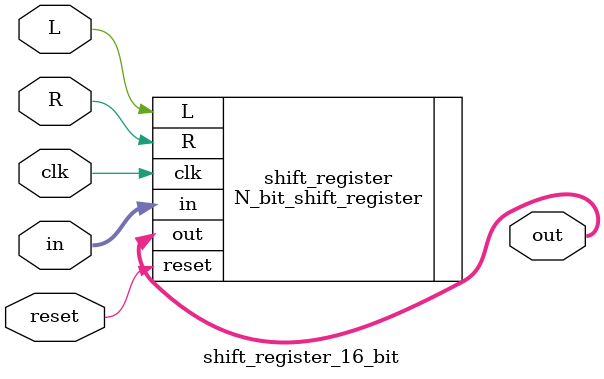
<source format=v>
`timescale 1ns / 1ps
module shift_register_16_bit( in , clk , reset , R , L , out  );
	
	input [15:0] in ;
	input reset , R , L , clk ;
	output [15:0] out ;
	N_bit_shift_register#(.N(16)) shift_register(.clk(clk),.in(in),.reset(reset),.R(R),.L(L),.out(out));
	
endmodule

</source>
